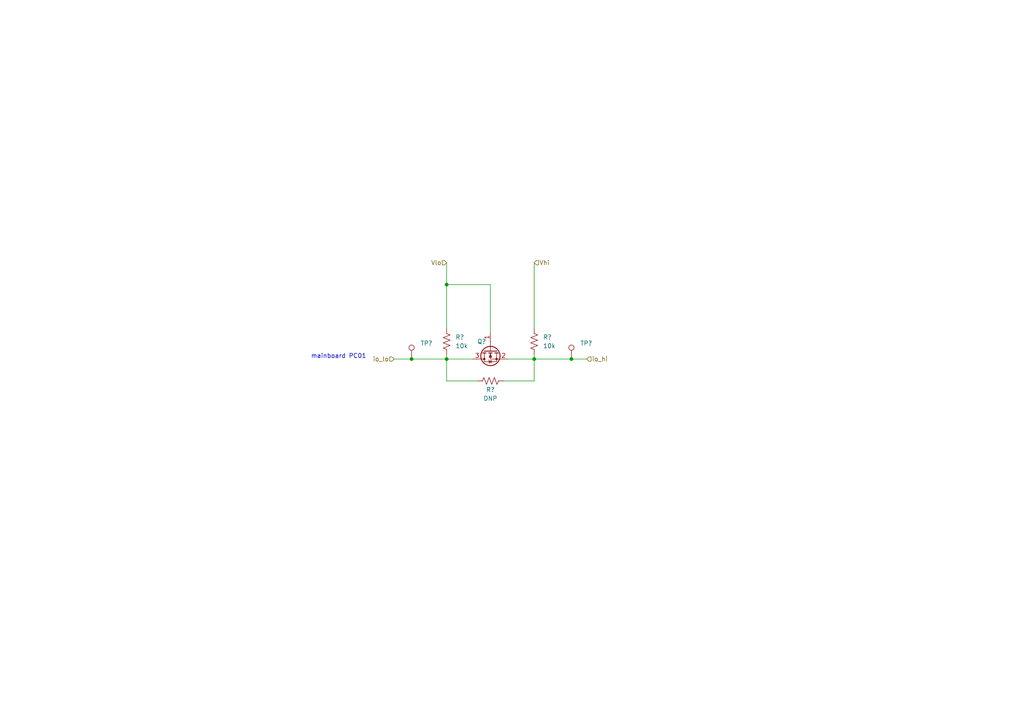
<source format=kicad_sch>
(kicad_sch (version 20211123) (generator eeschema)
  (paper "A4")
  (lib_symbols
    (symbol "Connector:TestPoint" (pin_numbers hide) (pin_names (offset 0.762) hide)
      (property "Reference" "TP" (at 0 6.858 0))
      (property "Value" "TestPoint" (at 0 5.08 0))
      (symbol "TestPoint_0_1"
        (circle (center 0 3.302) (radius 0.762))
      )
      (symbol "TestPoint_1_1"
        (pin passive line (at 0 0 90) (length 2.54) (name "1") (number "1"))
      )
    )
    (symbol "Device:Q_NMOS_GSD" (pin_names (offset 0) hide)
      (property "Reference" "Q" (at 5.08 1.27 0))
      (property "Value" "Q_NMOS_GSD" (at 5.08 -1.27 0))
      (symbol "Q_NMOS_GSD_0_1"
        (polyline (pts (xy 0.254 0) (xy -2.54 0)))
        (polyline (pts (xy 0.254 1.905) (xy 0.254 -1.905)) (stroke (width 0.254)))
        (polyline (pts (xy 0.762 -1.27) (xy 0.762 -2.286)) (stroke (width 0.254)))
        (polyline (pts (xy 0.762 0.508) (xy 0.762 -0.508)) (stroke (width 0.254)))
        (polyline (pts (xy 0.762 2.286) (xy 0.762 1.27)) (stroke (width 0.254)))
        (polyline (pts (xy 2.54 2.54) (xy 2.54 1.778)))
        (polyline (pts (xy 2.54 -2.54) (xy 2.54 0) (xy 0.762 0)))
        (polyline (pts (xy 0.762 -1.778) (xy 3.302 -1.778) (xy 3.302 1.778) (xy 0.762 1.778)))
        (polyline (pts (xy 1.016 0) (xy 2.032 0.381) (xy 2.032 -0.381) (xy 1.016 0)) (fill (type outline)))
        (polyline (pts (xy 2.794 0.508) (xy 2.921 0.381) (xy 3.683 0.381) (xy 3.81 0.254)))
        (polyline (pts (xy 3.302 0.381) (xy 2.921 -0.254) (xy 3.683 -0.254) (xy 3.302 0.381)))
        (circle (center 1.651 0) (radius 2.794) (stroke (width 0.254)))
        (circle (center 2.54 -1.778) (radius 0.254) (fill (type outline)))
        (circle (center 2.54 1.778) (radius 0.254) (fill (type outline)))
      )
      (symbol "Q_NMOS_GSD_1_1"
        (pin input line (at -5.08 0 0) (length 2.54) (name "G") (number "1"))
        (pin passive line (at 2.54 -5.08 90) (length 2.54) (name "S") (number "2"))
        (pin passive line (at 2.54 5.08 270) (length 2.54) (name "D") (number "3"))
      )
    )
    (symbol "Device:R_US" (pin_numbers hide) (pin_names (offset 0))
      (property "Reference" "R" (at 2.54 0 90))
      (property "Value" "R_US" (at -2.54 0 90))
      (symbol "R_US_0_1"
        (polyline (pts (xy 0 -2.286) (xy 0 -2.54)))
        (polyline (pts (xy 0 2.286) (xy 0 2.54)))
        (polyline (pts (xy 0 -0.762) (xy 1.016 -1.143) (xy 0 -1.524) (xy -1.016 -1.905) (xy 0 -2.286)))
        (polyline (pts (xy 0 0.762) (xy 1.016 0.381) (xy 0 0) (xy -1.016 -0.381) (xy 0 -0.762)))
        (polyline (pts (xy 0 2.286) (xy 1.016 1.905) (xy 0 1.524) (xy -1.016 1.143) (xy 0 0.762)))
      )
      (symbol "R_US_1_1"
        (pin passive line (at 0 3.81 270) (length 1.27) (name "~") (number "1"))
        (pin passive line (at 0 -3.81 90) (length 1.27) (name "~") (number "2"))
      )
    )
  )
  (junction (at 129.54 104.14))
  (junction (at 129.54 82.55))
  (junction (at 119.38 104.14))
  (junction (at 165.735 104.14))
  (junction (at 154.94 104.14))
  (wire (pts (xy 154.94 104.14) (xy 154.94 110.49)))
  (wire (pts (xy 137.16 104.14) (xy 129.54 104.14)))
  (wire (pts (xy 154.94 110.49) (xy 146.05 110.49)))
  (wire (pts (xy 154.94 95.25) (xy 154.94 76.2)))
  (wire (pts (xy 114.3 104.14) (xy 119.38 104.14)))
  (wire (pts (xy 154.94 104.14) (xy 165.735 104.14)))
  (wire (pts (xy 129.54 95.25) (xy 129.54 82.55)))
  (wire (pts (xy 154.94 104.14) (xy 147.32 104.14)))
  (wire (pts (xy 129.54 104.14) (xy 129.54 102.87)))
  (wire (pts (xy 138.43 110.49) (xy 129.54 110.49)))
  (wire (pts (xy 165.735 104.14) (xy 170.18 104.14)))
  (wire (pts (xy 129.54 76.2) (xy 129.54 82.55)))
  (wire (pts (xy 142.24 96.52) (xy 142.24 82.55)))
  (wire (pts (xy 129.54 82.55) (xy 142.24 82.55)))
  (wire (pts (xy 129.54 110.49) (xy 129.54 104.14)))
  (wire (pts (xy 154.94 102.87) (xy 154.94 104.14)))
  (wire (pts (xy 119.38 104.14) (xy 129.54 104.14)))
  (text "mainboard PC01" (at 90.17 104.14 0) (effects (font (size 1.27 1.27)) (justify left bottom)))
  (hierarchical_label "Vlo" (shape input) (at 129.54 76.2 180))
  (hierarchical_label "Vhi" (shape input) (at 154.94 76.2 0))
  (hierarchical_label "io_hi" (shape input) (at 170.18 104.14 0))
  (hierarchical_label "io_lo" (shape input) (at 114.3 104.14 180))
  (symbol (lib_id "Device:R_US") (at 154.94 99.06 0)
    (property "Reference" "R?" (at 157.48 97.7899 0) (effects (justify left)))
    (property "Value" "10k" (at 157.48 100.3299 0) (effects (justify left)))
    (property "Footprint" "Resistor_SMD:R_0603_1608Metric" (effects hide))
  )
  (symbol (lib_id "Connector:TestPoint") (at 165.735 104.14 0)
    (property "Reference" "TP?" (at 168.275 99.5679 0) (effects (justify left)))
    (property "Value" "TestPoint" (effects hide))
    (property "Footprint" "TestPoint:TestPoint_Pad_2.5x2.5mm" (effects hide))
  )
  (symbol (lib_id "Device:R_US") (at 142.24 110.49 90)
    (property "Reference" "R?" (at 142.24 113.03 90))
    (property "Value" "DNP" (at 142.24 115.57 90))
    (property "Footprint" "Resistor_SMD:R_0603_1608Metric" (effects hide))
  )
  (symbol (lib_id "Connector:TestPoint") (at 119.38 104.14 0)
    (property "Reference" "TP?" (at 121.92 99.5679 0) (effects (justify left)))
    (property "Value" "TestPoint" (effects hide))
    (property "Footprint" "TestPoint:TestPoint_Pad_2.5x2.5mm" (effects hide))
  )
  (symbol (lib_id "Device:R_US") (at 129.54 99.06 0)
    (property "Reference" "R?" (at 132.08 97.7899 0) (effects (justify left)))
    (property "Value" "10k" (at 132.08 100.3299 0) (effects (justify left)))
    (property "Footprint" "Resistor_SMD:R_0603_1608Metric" (effects hide))
  )
  (symbol (lib_id "Device:Q_NMOS_GSD") (at 142.24 101.6 90) (mirror x)
    (property "Reference" "Q?" (at 139.7 99.06 90))
    (property "Value" "Q_NMOS_GSD" (effects hide))
    (property "Footprint" "Package_TO_SOT_SMD:SOT-23" (effects hide))
    (property "Datasheet" "BSS138" (effects hide))
  )
)
</source>
